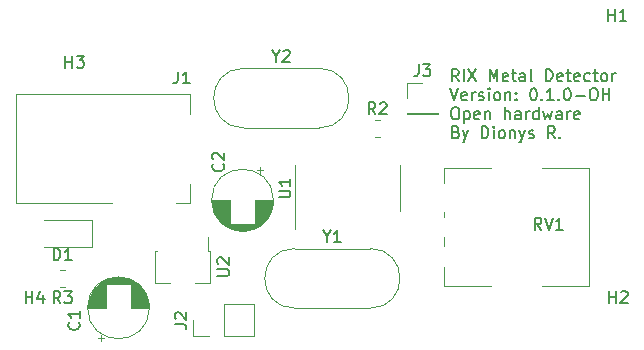
<source format=gbr>
%TF.GenerationSoftware,KiCad,Pcbnew,6.0.9-8da3e8f707~116~ubuntu22.04.1*%
%TF.CreationDate,2022-11-24T00:32:46-04:00*%
%TF.ProjectId,rix,7269782e-6b69-4636-9164-5f7063625858,rev?*%
%TF.SameCoordinates,Original*%
%TF.FileFunction,Legend,Top*%
%TF.FilePolarity,Positive*%
%FSLAX46Y46*%
G04 Gerber Fmt 4.6, Leading zero omitted, Abs format (unit mm)*
G04 Created by KiCad (PCBNEW 6.0.9-8da3e8f707~116~ubuntu22.04.1) date 2022-11-24 00:32:46*
%MOMM*%
%LPD*%
G01*
G04 APERTURE LIST*
%ADD10C,0.150000*%
%ADD11C,0.120000*%
G04 APERTURE END LIST*
D10*
X119907023Y-69665380D02*
X119573690Y-69189190D01*
X119335595Y-69665380D02*
X119335595Y-68665380D01*
X119716547Y-68665380D01*
X119811785Y-68713000D01*
X119859404Y-68760619D01*
X119907023Y-68855857D01*
X119907023Y-68998714D01*
X119859404Y-69093952D01*
X119811785Y-69141571D01*
X119716547Y-69189190D01*
X119335595Y-69189190D01*
X120335595Y-69665380D02*
X120335595Y-68665380D01*
X120716547Y-68665380D02*
X121383214Y-69665380D01*
X121383214Y-68665380D02*
X120716547Y-69665380D01*
X122526071Y-69665380D02*
X122526071Y-68665380D01*
X122859404Y-69379666D01*
X123192738Y-68665380D01*
X123192738Y-69665380D01*
X124049880Y-69617761D02*
X123954642Y-69665380D01*
X123764166Y-69665380D01*
X123668928Y-69617761D01*
X123621309Y-69522523D01*
X123621309Y-69141571D01*
X123668928Y-69046333D01*
X123764166Y-68998714D01*
X123954642Y-68998714D01*
X124049880Y-69046333D01*
X124097500Y-69141571D01*
X124097500Y-69236809D01*
X123621309Y-69332047D01*
X124383214Y-68998714D02*
X124764166Y-68998714D01*
X124526071Y-68665380D02*
X124526071Y-69522523D01*
X124573690Y-69617761D01*
X124668928Y-69665380D01*
X124764166Y-69665380D01*
X125526071Y-69665380D02*
X125526071Y-69141571D01*
X125478452Y-69046333D01*
X125383214Y-68998714D01*
X125192738Y-68998714D01*
X125097500Y-69046333D01*
X125526071Y-69617761D02*
X125430833Y-69665380D01*
X125192738Y-69665380D01*
X125097500Y-69617761D01*
X125049880Y-69522523D01*
X125049880Y-69427285D01*
X125097500Y-69332047D01*
X125192738Y-69284428D01*
X125430833Y-69284428D01*
X125526071Y-69236809D01*
X126145119Y-69665380D02*
X126049880Y-69617761D01*
X126002261Y-69522523D01*
X126002261Y-68665380D01*
X127287976Y-69665380D02*
X127287976Y-68665380D01*
X127526071Y-68665380D01*
X127668928Y-68713000D01*
X127764166Y-68808238D01*
X127811785Y-68903476D01*
X127859404Y-69093952D01*
X127859404Y-69236809D01*
X127811785Y-69427285D01*
X127764166Y-69522523D01*
X127668928Y-69617761D01*
X127526071Y-69665380D01*
X127287976Y-69665380D01*
X128668928Y-69617761D02*
X128573690Y-69665380D01*
X128383214Y-69665380D01*
X128287976Y-69617761D01*
X128240357Y-69522523D01*
X128240357Y-69141571D01*
X128287976Y-69046333D01*
X128383214Y-68998714D01*
X128573690Y-68998714D01*
X128668928Y-69046333D01*
X128716547Y-69141571D01*
X128716547Y-69236809D01*
X128240357Y-69332047D01*
X129002261Y-68998714D02*
X129383214Y-68998714D01*
X129145119Y-68665380D02*
X129145119Y-69522523D01*
X129192738Y-69617761D01*
X129287976Y-69665380D01*
X129383214Y-69665380D01*
X130097500Y-69617761D02*
X130002261Y-69665380D01*
X129811785Y-69665380D01*
X129716547Y-69617761D01*
X129668928Y-69522523D01*
X129668928Y-69141571D01*
X129716547Y-69046333D01*
X129811785Y-68998714D01*
X130002261Y-68998714D01*
X130097500Y-69046333D01*
X130145119Y-69141571D01*
X130145119Y-69236809D01*
X129668928Y-69332047D01*
X131002261Y-69617761D02*
X130907023Y-69665380D01*
X130716547Y-69665380D01*
X130621309Y-69617761D01*
X130573690Y-69570142D01*
X130526071Y-69474904D01*
X130526071Y-69189190D01*
X130573690Y-69093952D01*
X130621309Y-69046333D01*
X130716547Y-68998714D01*
X130907023Y-68998714D01*
X131002261Y-69046333D01*
X131287976Y-68998714D02*
X131668928Y-68998714D01*
X131430833Y-68665380D02*
X131430833Y-69522523D01*
X131478452Y-69617761D01*
X131573690Y-69665380D01*
X131668928Y-69665380D01*
X132145119Y-69665380D02*
X132049880Y-69617761D01*
X132002261Y-69570142D01*
X131954642Y-69474904D01*
X131954642Y-69189190D01*
X132002261Y-69093952D01*
X132049880Y-69046333D01*
X132145119Y-68998714D01*
X132287976Y-68998714D01*
X132383214Y-69046333D01*
X132430833Y-69093952D01*
X132478452Y-69189190D01*
X132478452Y-69474904D01*
X132430833Y-69570142D01*
X132383214Y-69617761D01*
X132287976Y-69665380D01*
X132145119Y-69665380D01*
X132907023Y-69665380D02*
X132907023Y-68998714D01*
X132907023Y-69189190D02*
X132954642Y-69093952D01*
X133002261Y-69046333D01*
X133097500Y-68998714D01*
X133192738Y-68998714D01*
X119192738Y-70275380D02*
X119526071Y-71275380D01*
X119859404Y-70275380D01*
X120573690Y-71227761D02*
X120478452Y-71275380D01*
X120287976Y-71275380D01*
X120192738Y-71227761D01*
X120145119Y-71132523D01*
X120145119Y-70751571D01*
X120192738Y-70656333D01*
X120287976Y-70608714D01*
X120478452Y-70608714D01*
X120573690Y-70656333D01*
X120621309Y-70751571D01*
X120621309Y-70846809D01*
X120145119Y-70942047D01*
X121049880Y-71275380D02*
X121049880Y-70608714D01*
X121049880Y-70799190D02*
X121097500Y-70703952D01*
X121145119Y-70656333D01*
X121240357Y-70608714D01*
X121335595Y-70608714D01*
X121621309Y-71227761D02*
X121716547Y-71275380D01*
X121907023Y-71275380D01*
X122002261Y-71227761D01*
X122049880Y-71132523D01*
X122049880Y-71084904D01*
X122002261Y-70989666D01*
X121907023Y-70942047D01*
X121764166Y-70942047D01*
X121668928Y-70894428D01*
X121621309Y-70799190D01*
X121621309Y-70751571D01*
X121668928Y-70656333D01*
X121764166Y-70608714D01*
X121907023Y-70608714D01*
X122002261Y-70656333D01*
X122478452Y-71275380D02*
X122478452Y-70608714D01*
X122478452Y-70275380D02*
X122430833Y-70323000D01*
X122478452Y-70370619D01*
X122526071Y-70323000D01*
X122478452Y-70275380D01*
X122478452Y-70370619D01*
X123097500Y-71275380D02*
X123002261Y-71227761D01*
X122954642Y-71180142D01*
X122907023Y-71084904D01*
X122907023Y-70799190D01*
X122954642Y-70703952D01*
X123002261Y-70656333D01*
X123097500Y-70608714D01*
X123240357Y-70608714D01*
X123335595Y-70656333D01*
X123383214Y-70703952D01*
X123430833Y-70799190D01*
X123430833Y-71084904D01*
X123383214Y-71180142D01*
X123335595Y-71227761D01*
X123240357Y-71275380D01*
X123097500Y-71275380D01*
X123859404Y-70608714D02*
X123859404Y-71275380D01*
X123859404Y-70703952D02*
X123907023Y-70656333D01*
X124002261Y-70608714D01*
X124145119Y-70608714D01*
X124240357Y-70656333D01*
X124287976Y-70751571D01*
X124287976Y-71275380D01*
X124764166Y-71180142D02*
X124811785Y-71227761D01*
X124764166Y-71275380D01*
X124716547Y-71227761D01*
X124764166Y-71180142D01*
X124764166Y-71275380D01*
X124764166Y-70656333D02*
X124811785Y-70703952D01*
X124764166Y-70751571D01*
X124716547Y-70703952D01*
X124764166Y-70656333D01*
X124764166Y-70751571D01*
X126192738Y-70275380D02*
X126287976Y-70275380D01*
X126383214Y-70323000D01*
X126430833Y-70370619D01*
X126478452Y-70465857D01*
X126526071Y-70656333D01*
X126526071Y-70894428D01*
X126478452Y-71084904D01*
X126430833Y-71180142D01*
X126383214Y-71227761D01*
X126287976Y-71275380D01*
X126192738Y-71275380D01*
X126097500Y-71227761D01*
X126049880Y-71180142D01*
X126002261Y-71084904D01*
X125954642Y-70894428D01*
X125954642Y-70656333D01*
X126002261Y-70465857D01*
X126049880Y-70370619D01*
X126097500Y-70323000D01*
X126192738Y-70275380D01*
X126954642Y-71180142D02*
X127002261Y-71227761D01*
X126954642Y-71275380D01*
X126907023Y-71227761D01*
X126954642Y-71180142D01*
X126954642Y-71275380D01*
X127954642Y-71275380D02*
X127383214Y-71275380D01*
X127668928Y-71275380D02*
X127668928Y-70275380D01*
X127573690Y-70418238D01*
X127478452Y-70513476D01*
X127383214Y-70561095D01*
X128383214Y-71180142D02*
X128430833Y-71227761D01*
X128383214Y-71275380D01*
X128335595Y-71227761D01*
X128383214Y-71180142D01*
X128383214Y-71275380D01*
X129049880Y-70275380D02*
X129145119Y-70275380D01*
X129240357Y-70323000D01*
X129287976Y-70370619D01*
X129335595Y-70465857D01*
X129383214Y-70656333D01*
X129383214Y-70894428D01*
X129335595Y-71084904D01*
X129287976Y-71180142D01*
X129240357Y-71227761D01*
X129145119Y-71275380D01*
X129049880Y-71275380D01*
X128954642Y-71227761D01*
X128907023Y-71180142D01*
X128859404Y-71084904D01*
X128811785Y-70894428D01*
X128811785Y-70656333D01*
X128859404Y-70465857D01*
X128907023Y-70370619D01*
X128954642Y-70323000D01*
X129049880Y-70275380D01*
X129811785Y-70894428D02*
X130573690Y-70894428D01*
X131240357Y-70275380D02*
X131430833Y-70275380D01*
X131526071Y-70323000D01*
X131621309Y-70418238D01*
X131668928Y-70608714D01*
X131668928Y-70942047D01*
X131621309Y-71132523D01*
X131526071Y-71227761D01*
X131430833Y-71275380D01*
X131240357Y-71275380D01*
X131145119Y-71227761D01*
X131049880Y-71132523D01*
X131002261Y-70942047D01*
X131002261Y-70608714D01*
X131049880Y-70418238D01*
X131145119Y-70323000D01*
X131240357Y-70275380D01*
X132097500Y-71275380D02*
X132097500Y-70275380D01*
X132097500Y-70751571D02*
X132668928Y-70751571D01*
X132668928Y-71275380D02*
X132668928Y-70275380D01*
X119526071Y-71885380D02*
X119716547Y-71885380D01*
X119811785Y-71933000D01*
X119907023Y-72028238D01*
X119954642Y-72218714D01*
X119954642Y-72552047D01*
X119907023Y-72742523D01*
X119811785Y-72837761D01*
X119716547Y-72885380D01*
X119526071Y-72885380D01*
X119430833Y-72837761D01*
X119335595Y-72742523D01*
X119287976Y-72552047D01*
X119287976Y-72218714D01*
X119335595Y-72028238D01*
X119430833Y-71933000D01*
X119526071Y-71885380D01*
X120383214Y-72218714D02*
X120383214Y-73218714D01*
X120383214Y-72266333D02*
X120478452Y-72218714D01*
X120668928Y-72218714D01*
X120764166Y-72266333D01*
X120811785Y-72313952D01*
X120859404Y-72409190D01*
X120859404Y-72694904D01*
X120811785Y-72790142D01*
X120764166Y-72837761D01*
X120668928Y-72885380D01*
X120478452Y-72885380D01*
X120383214Y-72837761D01*
X121668928Y-72837761D02*
X121573690Y-72885380D01*
X121383214Y-72885380D01*
X121287976Y-72837761D01*
X121240357Y-72742523D01*
X121240357Y-72361571D01*
X121287976Y-72266333D01*
X121383214Y-72218714D01*
X121573690Y-72218714D01*
X121668928Y-72266333D01*
X121716547Y-72361571D01*
X121716547Y-72456809D01*
X121240357Y-72552047D01*
X122145119Y-72218714D02*
X122145119Y-72885380D01*
X122145119Y-72313952D02*
X122192738Y-72266333D01*
X122287976Y-72218714D01*
X122430833Y-72218714D01*
X122526071Y-72266333D01*
X122573690Y-72361571D01*
X122573690Y-72885380D01*
X123811785Y-72885380D02*
X123811785Y-71885380D01*
X124240357Y-72885380D02*
X124240357Y-72361571D01*
X124192738Y-72266333D01*
X124097500Y-72218714D01*
X123954642Y-72218714D01*
X123859404Y-72266333D01*
X123811785Y-72313952D01*
X125145119Y-72885380D02*
X125145119Y-72361571D01*
X125097500Y-72266333D01*
X125002261Y-72218714D01*
X124811785Y-72218714D01*
X124716547Y-72266333D01*
X125145119Y-72837761D02*
X125049880Y-72885380D01*
X124811785Y-72885380D01*
X124716547Y-72837761D01*
X124668928Y-72742523D01*
X124668928Y-72647285D01*
X124716547Y-72552047D01*
X124811785Y-72504428D01*
X125049880Y-72504428D01*
X125145119Y-72456809D01*
X125621309Y-72885380D02*
X125621309Y-72218714D01*
X125621309Y-72409190D02*
X125668928Y-72313952D01*
X125716547Y-72266333D01*
X125811785Y-72218714D01*
X125907023Y-72218714D01*
X126668928Y-72885380D02*
X126668928Y-71885380D01*
X126668928Y-72837761D02*
X126573690Y-72885380D01*
X126383214Y-72885380D01*
X126287976Y-72837761D01*
X126240357Y-72790142D01*
X126192738Y-72694904D01*
X126192738Y-72409190D01*
X126240357Y-72313952D01*
X126287976Y-72266333D01*
X126383214Y-72218714D01*
X126573690Y-72218714D01*
X126668928Y-72266333D01*
X127049880Y-72218714D02*
X127240357Y-72885380D01*
X127430833Y-72409190D01*
X127621309Y-72885380D01*
X127811785Y-72218714D01*
X128621309Y-72885380D02*
X128621309Y-72361571D01*
X128573690Y-72266333D01*
X128478452Y-72218714D01*
X128287976Y-72218714D01*
X128192738Y-72266333D01*
X128621309Y-72837761D02*
X128526071Y-72885380D01*
X128287976Y-72885380D01*
X128192738Y-72837761D01*
X128145119Y-72742523D01*
X128145119Y-72647285D01*
X128192738Y-72552047D01*
X128287976Y-72504428D01*
X128526071Y-72504428D01*
X128621309Y-72456809D01*
X129097500Y-72885380D02*
X129097500Y-72218714D01*
X129097500Y-72409190D02*
X129145119Y-72313952D01*
X129192738Y-72266333D01*
X129287976Y-72218714D01*
X129383214Y-72218714D01*
X130097500Y-72837761D02*
X130002261Y-72885380D01*
X129811785Y-72885380D01*
X129716547Y-72837761D01*
X129668928Y-72742523D01*
X129668928Y-72361571D01*
X129716547Y-72266333D01*
X129811785Y-72218714D01*
X130002261Y-72218714D01*
X130097500Y-72266333D01*
X130145119Y-72361571D01*
X130145119Y-72456809D01*
X129668928Y-72552047D01*
X119668928Y-73971571D02*
X119811785Y-74019190D01*
X119859404Y-74066809D01*
X119907023Y-74162047D01*
X119907023Y-74304904D01*
X119859404Y-74400142D01*
X119811785Y-74447761D01*
X119716547Y-74495380D01*
X119335595Y-74495380D01*
X119335595Y-73495380D01*
X119668928Y-73495380D01*
X119764166Y-73543000D01*
X119811785Y-73590619D01*
X119859404Y-73685857D01*
X119859404Y-73781095D01*
X119811785Y-73876333D01*
X119764166Y-73923952D01*
X119668928Y-73971571D01*
X119335595Y-73971571D01*
X120240357Y-73828714D02*
X120478452Y-74495380D01*
X120716547Y-73828714D02*
X120478452Y-74495380D01*
X120383214Y-74733476D01*
X120335595Y-74781095D01*
X120240357Y-74828714D01*
X121859404Y-74495380D02*
X121859404Y-73495380D01*
X122097500Y-73495380D01*
X122240357Y-73543000D01*
X122335595Y-73638238D01*
X122383214Y-73733476D01*
X122430833Y-73923952D01*
X122430833Y-74066809D01*
X122383214Y-74257285D01*
X122335595Y-74352523D01*
X122240357Y-74447761D01*
X122097500Y-74495380D01*
X121859404Y-74495380D01*
X122859404Y-74495380D02*
X122859404Y-73828714D01*
X122859404Y-73495380D02*
X122811785Y-73543000D01*
X122859404Y-73590619D01*
X122907023Y-73543000D01*
X122859404Y-73495380D01*
X122859404Y-73590619D01*
X123478452Y-74495380D02*
X123383214Y-74447761D01*
X123335595Y-74400142D01*
X123287976Y-74304904D01*
X123287976Y-74019190D01*
X123335595Y-73923952D01*
X123383214Y-73876333D01*
X123478452Y-73828714D01*
X123621309Y-73828714D01*
X123716547Y-73876333D01*
X123764166Y-73923952D01*
X123811785Y-74019190D01*
X123811785Y-74304904D01*
X123764166Y-74400142D01*
X123716547Y-74447761D01*
X123621309Y-74495380D01*
X123478452Y-74495380D01*
X124240357Y-73828714D02*
X124240357Y-74495380D01*
X124240357Y-73923952D02*
X124287976Y-73876333D01*
X124383214Y-73828714D01*
X124526071Y-73828714D01*
X124621309Y-73876333D01*
X124668928Y-73971571D01*
X124668928Y-74495380D01*
X125049880Y-73828714D02*
X125287976Y-74495380D01*
X125526071Y-73828714D02*
X125287976Y-74495380D01*
X125192738Y-74733476D01*
X125145119Y-74781095D01*
X125049880Y-74828714D01*
X125859404Y-74447761D02*
X125954642Y-74495380D01*
X126145119Y-74495380D01*
X126240357Y-74447761D01*
X126287976Y-74352523D01*
X126287976Y-74304904D01*
X126240357Y-74209666D01*
X126145119Y-74162047D01*
X126002261Y-74162047D01*
X125907023Y-74114428D01*
X125859404Y-74019190D01*
X125859404Y-73971571D01*
X125907023Y-73876333D01*
X126002261Y-73828714D01*
X126145119Y-73828714D01*
X126240357Y-73876333D01*
X128049880Y-74495380D02*
X127716547Y-74019190D01*
X127478452Y-74495380D02*
X127478452Y-73495380D01*
X127859404Y-73495380D01*
X127954642Y-73543000D01*
X128002261Y-73590619D01*
X128049880Y-73685857D01*
X128049880Y-73828714D01*
X128002261Y-73923952D01*
X127954642Y-73971571D01*
X127859404Y-74019190D01*
X127478452Y-74019190D01*
X128478452Y-74400142D02*
X128526071Y-74447761D01*
X128478452Y-74495380D01*
X128430833Y-74447761D01*
X128478452Y-74400142D01*
X128478452Y-74495380D01*
%TO.C,R2*%
X112863333Y-72462380D02*
X112530000Y-71986190D01*
X112291904Y-72462380D02*
X112291904Y-71462380D01*
X112672857Y-71462380D01*
X112768095Y-71510000D01*
X112815714Y-71557619D01*
X112863333Y-71652857D01*
X112863333Y-71795714D01*
X112815714Y-71890952D01*
X112768095Y-71938571D01*
X112672857Y-71986190D01*
X112291904Y-71986190D01*
X113244285Y-71557619D02*
X113291904Y-71510000D01*
X113387142Y-71462380D01*
X113625238Y-71462380D01*
X113720476Y-71510000D01*
X113768095Y-71557619D01*
X113815714Y-71652857D01*
X113815714Y-71748095D01*
X113768095Y-71890952D01*
X113196666Y-72462380D01*
X113815714Y-72462380D01*
%TO.C,D1*%
X85621904Y-84822380D02*
X85621904Y-83822380D01*
X85860000Y-83822380D01*
X86002857Y-83870000D01*
X86098095Y-83965238D01*
X86145714Y-84060476D01*
X86193333Y-84250952D01*
X86193333Y-84393809D01*
X86145714Y-84584285D01*
X86098095Y-84679523D01*
X86002857Y-84774761D01*
X85860000Y-84822380D01*
X85621904Y-84822380D01*
X87145714Y-84822380D02*
X86574285Y-84822380D01*
X86860000Y-84822380D02*
X86860000Y-83822380D01*
X86764761Y-83965238D01*
X86669523Y-84060476D01*
X86574285Y-84108095D01*
%TO.C,C1*%
X87733142Y-90082666D02*
X87780761Y-90130285D01*
X87828380Y-90273142D01*
X87828380Y-90368380D01*
X87780761Y-90511238D01*
X87685523Y-90606476D01*
X87590285Y-90654095D01*
X87399809Y-90701714D01*
X87256952Y-90701714D01*
X87066476Y-90654095D01*
X86971238Y-90606476D01*
X86876000Y-90511238D01*
X86828380Y-90368380D01*
X86828380Y-90273142D01*
X86876000Y-90130285D01*
X86923619Y-90082666D01*
X87828380Y-89130285D02*
X87828380Y-89701714D01*
X87828380Y-89416000D02*
X86828380Y-89416000D01*
X86971238Y-89511238D01*
X87066476Y-89606476D01*
X87114095Y-89701714D01*
%TO.C,U1*%
X104662380Y-79501904D02*
X105471904Y-79501904D01*
X105567142Y-79454285D01*
X105614761Y-79406666D01*
X105662380Y-79311428D01*
X105662380Y-79120952D01*
X105614761Y-79025714D01*
X105567142Y-78978095D01*
X105471904Y-78930476D01*
X104662380Y-78930476D01*
X105662380Y-77930476D02*
X105662380Y-78501904D01*
X105662380Y-78216190D02*
X104662380Y-78216190D01*
X104805238Y-78311428D01*
X104900476Y-78406666D01*
X104948095Y-78501904D01*
%TO.C,H3*%
X86614095Y-68524380D02*
X86614095Y-67524380D01*
X86614095Y-68000571D02*
X87185523Y-68000571D01*
X87185523Y-68524380D02*
X87185523Y-67524380D01*
X87566476Y-67524380D02*
X88185523Y-67524380D01*
X87852190Y-67905333D01*
X87995047Y-67905333D01*
X88090285Y-67952952D01*
X88137904Y-68000571D01*
X88185523Y-68095809D01*
X88185523Y-68333904D01*
X88137904Y-68429142D01*
X88090285Y-68476761D01*
X87995047Y-68524380D01*
X87709333Y-68524380D01*
X87614095Y-68476761D01*
X87566476Y-68429142D01*
%TO.C,U2*%
X99472380Y-86151904D02*
X100281904Y-86151904D01*
X100377142Y-86104285D01*
X100424761Y-86056666D01*
X100472380Y-85961428D01*
X100472380Y-85770952D01*
X100424761Y-85675714D01*
X100377142Y-85628095D01*
X100281904Y-85580476D01*
X99472380Y-85580476D01*
X99567619Y-85151904D02*
X99520000Y-85104285D01*
X99472380Y-85009047D01*
X99472380Y-84770952D01*
X99520000Y-84675714D01*
X99567619Y-84628095D01*
X99662857Y-84580476D01*
X99758095Y-84580476D01*
X99900952Y-84628095D01*
X100472380Y-85199523D01*
X100472380Y-84580476D01*
%TO.C,J3*%
X116506666Y-68242380D02*
X116506666Y-68956666D01*
X116459047Y-69099523D01*
X116363809Y-69194761D01*
X116220952Y-69242380D01*
X116125714Y-69242380D01*
X116887619Y-68242380D02*
X117506666Y-68242380D01*
X117173333Y-68623333D01*
X117316190Y-68623333D01*
X117411428Y-68670952D01*
X117459047Y-68718571D01*
X117506666Y-68813809D01*
X117506666Y-69051904D01*
X117459047Y-69147142D01*
X117411428Y-69194761D01*
X117316190Y-69242380D01*
X117030476Y-69242380D01*
X116935238Y-69194761D01*
X116887619Y-69147142D01*
%TO.C,C2*%
X99957142Y-76666666D02*
X100004761Y-76714285D01*
X100052380Y-76857142D01*
X100052380Y-76952380D01*
X100004761Y-77095238D01*
X99909523Y-77190476D01*
X99814285Y-77238095D01*
X99623809Y-77285714D01*
X99480952Y-77285714D01*
X99290476Y-77238095D01*
X99195238Y-77190476D01*
X99100000Y-77095238D01*
X99052380Y-76952380D01*
X99052380Y-76857142D01*
X99100000Y-76714285D01*
X99147619Y-76666666D01*
X99147619Y-76285714D02*
X99100000Y-76238095D01*
X99052380Y-76142857D01*
X99052380Y-75904761D01*
X99100000Y-75809523D01*
X99147619Y-75761904D01*
X99242857Y-75714285D01*
X99338095Y-75714285D01*
X99480952Y-75761904D01*
X100052380Y-76333333D01*
X100052380Y-75714285D01*
%TO.C,Y2*%
X104413809Y-67551190D02*
X104413809Y-68027380D01*
X104080476Y-67027380D02*
X104413809Y-67551190D01*
X104747142Y-67027380D01*
X105032857Y-67122619D02*
X105080476Y-67075000D01*
X105175714Y-67027380D01*
X105413809Y-67027380D01*
X105509047Y-67075000D01*
X105556666Y-67122619D01*
X105604285Y-67217857D01*
X105604285Y-67313095D01*
X105556666Y-67455952D01*
X104985238Y-68027380D01*
X105604285Y-68027380D01*
%TO.C,RV1*%
X126912761Y-82240380D02*
X126579428Y-81764190D01*
X126341333Y-82240380D02*
X126341333Y-81240380D01*
X126722285Y-81240380D01*
X126817523Y-81288000D01*
X126865142Y-81335619D01*
X126912761Y-81430857D01*
X126912761Y-81573714D01*
X126865142Y-81668952D01*
X126817523Y-81716571D01*
X126722285Y-81764190D01*
X126341333Y-81764190D01*
X127198476Y-81240380D02*
X127531809Y-82240380D01*
X127865142Y-81240380D01*
X128722285Y-82240380D02*
X128150857Y-82240380D01*
X128436571Y-82240380D02*
X128436571Y-81240380D01*
X128341333Y-81383238D01*
X128246095Y-81478476D01*
X128150857Y-81526095D01*
%TO.C,H2*%
X132638095Y-88452380D02*
X132638095Y-87452380D01*
X132638095Y-87928571D02*
X133209523Y-87928571D01*
X133209523Y-88452380D02*
X133209523Y-87452380D01*
X133638095Y-87547619D02*
X133685714Y-87500000D01*
X133780952Y-87452380D01*
X134019047Y-87452380D01*
X134114285Y-87500000D01*
X134161904Y-87547619D01*
X134209523Y-87642857D01*
X134209523Y-87738095D01*
X134161904Y-87880952D01*
X133590476Y-88452380D01*
X134209523Y-88452380D01*
%TO.C,J2*%
X95847380Y-90233333D02*
X96561666Y-90233333D01*
X96704523Y-90280952D01*
X96799761Y-90376190D01*
X96847380Y-90519047D01*
X96847380Y-90614285D01*
X95942619Y-89804761D02*
X95895000Y-89757142D01*
X95847380Y-89661904D01*
X95847380Y-89423809D01*
X95895000Y-89328571D01*
X95942619Y-89280952D01*
X96037857Y-89233333D01*
X96133095Y-89233333D01*
X96275952Y-89280952D01*
X96847380Y-89852380D01*
X96847380Y-89233333D01*
%TO.C,H1*%
X132538095Y-64552380D02*
X132538095Y-63552380D01*
X132538095Y-64028571D02*
X133109523Y-64028571D01*
X133109523Y-64552380D02*
X133109523Y-63552380D01*
X134109523Y-64552380D02*
X133538095Y-64552380D01*
X133823809Y-64552380D02*
X133823809Y-63552380D01*
X133728571Y-63695238D01*
X133633333Y-63790476D01*
X133538095Y-63838095D01*
%TO.C,Y1*%
X108733809Y-82811190D02*
X108733809Y-83287380D01*
X108400476Y-82287380D02*
X108733809Y-82811190D01*
X109067142Y-82287380D01*
X109924285Y-83287380D02*
X109352857Y-83287380D01*
X109638571Y-83287380D02*
X109638571Y-82287380D01*
X109543333Y-82430238D01*
X109448095Y-82525476D01*
X109352857Y-82573095D01*
%TO.C,R3*%
X86193333Y-88462380D02*
X85860000Y-87986190D01*
X85621904Y-88462380D02*
X85621904Y-87462380D01*
X86002857Y-87462380D01*
X86098095Y-87510000D01*
X86145714Y-87557619D01*
X86193333Y-87652857D01*
X86193333Y-87795714D01*
X86145714Y-87890952D01*
X86098095Y-87938571D01*
X86002857Y-87986190D01*
X85621904Y-87986190D01*
X86526666Y-87462380D02*
X87145714Y-87462380D01*
X86812380Y-87843333D01*
X86955238Y-87843333D01*
X87050476Y-87890952D01*
X87098095Y-87938571D01*
X87145714Y-88033809D01*
X87145714Y-88271904D01*
X87098095Y-88367142D01*
X87050476Y-88414761D01*
X86955238Y-88462380D01*
X86669523Y-88462380D01*
X86574285Y-88414761D01*
X86526666Y-88367142D01*
%TO.C,H4*%
X83238095Y-88452380D02*
X83238095Y-87452380D01*
X83238095Y-87928571D02*
X83809523Y-87928571D01*
X83809523Y-88452380D02*
X83809523Y-87452380D01*
X84714285Y-87785714D02*
X84714285Y-88452380D01*
X84476190Y-87404761D02*
X84238095Y-88119047D01*
X84857142Y-88119047D01*
%TO.C,J1*%
X96116666Y-68852380D02*
X96116666Y-69566666D01*
X96069047Y-69709523D01*
X95973809Y-69804761D01*
X95830952Y-69852380D01*
X95735714Y-69852380D01*
X97116666Y-69852380D02*
X96545238Y-69852380D01*
X96830952Y-69852380D02*
X96830952Y-68852380D01*
X96735714Y-68995238D01*
X96640476Y-69090476D01*
X96545238Y-69138095D01*
D11*
%TO.C,R2*%
X112802936Y-74395000D02*
X113257064Y-74395000D01*
X112802936Y-72925000D02*
X113257064Y-72925000D01*
%TO.C,D1*%
X84760000Y-83685000D02*
X88820000Y-83685000D01*
X88820000Y-83685000D02*
X88820000Y-81415000D01*
X88820000Y-81415000D02*
X84760000Y-81415000D01*
%TO.C,C1*%
X89315000Y-86974112D02*
X90060000Y-86974112D01*
X89375000Y-91409887D02*
X89875000Y-91409887D01*
X92140000Y-87574112D02*
X93347000Y-87574112D01*
X88589000Y-88255112D02*
X90060000Y-88255112D01*
X88978000Y-87374112D02*
X90060000Y-87374112D01*
X92140000Y-86974112D02*
X92885000Y-86974112D01*
X89495000Y-86814112D02*
X92705000Y-86814112D01*
X88876000Y-87534112D02*
X90060000Y-87534112D01*
X92140000Y-87934112D02*
X93514000Y-87934112D01*
X88658000Y-88014112D02*
X90060000Y-88014112D01*
X92140000Y-87334112D02*
X93195000Y-87334112D01*
X89447000Y-86854112D02*
X90060000Y-86854112D01*
X92140000Y-88134112D02*
X93580000Y-88134112D01*
X88557000Y-88415112D02*
X90060000Y-88415112D01*
X92140000Y-87134112D02*
X93037000Y-87134112D01*
X92140000Y-88455112D02*
X93650000Y-88455112D01*
X89163000Y-87134112D02*
X90060000Y-87134112D01*
X88531000Y-88615112D02*
X90060000Y-88615112D01*
X89005000Y-87334112D02*
X90060000Y-87334112D01*
X90295000Y-86374112D02*
X91905000Y-86374112D01*
X92140000Y-87854112D02*
X93482000Y-87854112D01*
X92140000Y-87414112D02*
X93249000Y-87414112D01*
X88951000Y-87414112D02*
X90060000Y-87414112D01*
X89401000Y-86894112D02*
X90060000Y-86894112D01*
X89236000Y-87054112D02*
X90060000Y-87054112D01*
X88702000Y-87894112D02*
X90060000Y-87894112D01*
X92140000Y-87214112D02*
X93104000Y-87214112D01*
X92140000Y-88695112D02*
X93676000Y-88695112D01*
X90423000Y-86334112D02*
X91777000Y-86334112D01*
X92140000Y-86894112D02*
X92799000Y-86894112D01*
X92140000Y-87014112D02*
X92926000Y-87014112D01*
X92140000Y-87734112D02*
X93429000Y-87734112D01*
X90089000Y-86454112D02*
X92111000Y-86454112D01*
X92140000Y-88054112D02*
X93555000Y-88054112D01*
X88522000Y-88735112D02*
X90060000Y-88735112D01*
X92140000Y-88335112D02*
X93628000Y-88335112D01*
X92140000Y-86854112D02*
X92753000Y-86854112D01*
X89922000Y-86534112D02*
X92278000Y-86534112D01*
X88620000Y-88134112D02*
X90060000Y-88134112D01*
X88564000Y-88375112D02*
X90060000Y-88375112D01*
X92140000Y-87374112D02*
X93222000Y-87374112D01*
X89717000Y-86654112D02*
X92483000Y-86654112D01*
X88900000Y-87494112D02*
X90060000Y-87494112D01*
X88520000Y-88815112D02*
X90060000Y-88815112D01*
X92140000Y-88175112D02*
X93591000Y-88175112D01*
X89657000Y-86694112D02*
X92543000Y-86694112D01*
X92140000Y-88495112D02*
X93656000Y-88495112D01*
X92140000Y-88735112D02*
X93678000Y-88735112D01*
X89065000Y-87254112D02*
X90060000Y-87254112D01*
X88735000Y-87814112D02*
X90060000Y-87814112D01*
X88771000Y-87734112D02*
X90060000Y-87734112D01*
X92140000Y-87454112D02*
X93275000Y-87454112D01*
X88527000Y-88655112D02*
X90060000Y-88655112D01*
X89274000Y-87014112D02*
X90060000Y-87014112D01*
X92140000Y-88094112D02*
X93568000Y-88094112D01*
X92140000Y-87254112D02*
X93135000Y-87254112D01*
X90816000Y-86254112D02*
X91384000Y-86254112D01*
X88609000Y-88175112D02*
X90060000Y-88175112D01*
X92140000Y-88775112D02*
X93679000Y-88775112D01*
X92140000Y-87974112D02*
X93528000Y-87974112D01*
X89546000Y-86774112D02*
X92654000Y-86774112D01*
X88550000Y-88455112D02*
X90060000Y-88455112D01*
X92140000Y-88535112D02*
X93661000Y-88535112D01*
X88645000Y-88054112D02*
X90060000Y-88054112D01*
X92140000Y-86934112D02*
X92843000Y-86934112D01*
X88580000Y-88295112D02*
X90060000Y-88295112D01*
X92140000Y-88215112D02*
X93601000Y-88215112D01*
X89096000Y-87214112D02*
X90060000Y-87214112D01*
X89600000Y-86734112D02*
X92600000Y-86734112D01*
X88524000Y-88695112D02*
X90060000Y-88695112D01*
X92140000Y-87814112D02*
X93465000Y-87814112D01*
X88810000Y-87654112D02*
X90060000Y-87654112D01*
X92140000Y-88295112D02*
X93620000Y-88295112D01*
X88853000Y-87574112D02*
X90060000Y-87574112D01*
X88535000Y-88575112D02*
X90060000Y-88575112D01*
X92140000Y-87894112D02*
X93498000Y-87894112D01*
X92140000Y-88375112D02*
X93636000Y-88375112D01*
X92140000Y-87614112D02*
X93368000Y-87614112D01*
X92140000Y-87494112D02*
X93300000Y-87494112D01*
X88686000Y-87934112D02*
X90060000Y-87934112D01*
X88520000Y-88855112D02*
X90060000Y-88855112D01*
X90582000Y-86294112D02*
X91618000Y-86294112D01*
X89781000Y-86614112D02*
X92419000Y-86614112D01*
X92140000Y-87694112D02*
X93410000Y-87694112D01*
X88790000Y-87694112D02*
X90060000Y-87694112D01*
X88539000Y-88535112D02*
X90060000Y-88535112D01*
X92140000Y-87294112D02*
X93165000Y-87294112D01*
X88925000Y-87454112D02*
X90060000Y-87454112D01*
X90002000Y-86494112D02*
X92198000Y-86494112D01*
X88832000Y-87614112D02*
X90060000Y-87614112D01*
X92140000Y-87774112D02*
X93448000Y-87774112D01*
X92140000Y-87054112D02*
X92964000Y-87054112D01*
X89357000Y-86934112D02*
X90060000Y-86934112D01*
X92140000Y-87654112D02*
X93390000Y-87654112D01*
X90185000Y-86414112D02*
X92015000Y-86414112D01*
X92140000Y-87534112D02*
X93324000Y-87534112D01*
X92140000Y-88255112D02*
X93611000Y-88255112D01*
X92140000Y-88575112D02*
X93665000Y-88575112D01*
X89849000Y-86574112D02*
X92351000Y-86574112D01*
X89035000Y-87294112D02*
X90060000Y-87294112D01*
X92140000Y-88415112D02*
X93643000Y-88415112D01*
X92140000Y-87174112D02*
X93071000Y-87174112D01*
X92140000Y-88014112D02*
X93542000Y-88014112D01*
X88572000Y-88335112D02*
X90060000Y-88335112D01*
X92140000Y-88615112D02*
X93669000Y-88615112D01*
X88632000Y-88094112D02*
X90060000Y-88094112D01*
X92140000Y-88655112D02*
X93673000Y-88655112D01*
X92140000Y-87094112D02*
X93001000Y-87094112D01*
X89625000Y-91659887D02*
X89625000Y-91159887D01*
X89199000Y-87094112D02*
X90060000Y-87094112D01*
X92140000Y-88855112D02*
X93680000Y-88855112D01*
X88544000Y-88495112D02*
X90060000Y-88495112D01*
X88672000Y-87974112D02*
X90060000Y-87974112D01*
X88599000Y-88215112D02*
X90060000Y-88215112D01*
X88752000Y-87774112D02*
X90060000Y-87774112D01*
X88521000Y-88775112D02*
X90060000Y-88775112D01*
X89129000Y-87174112D02*
X90060000Y-87174112D01*
X88718000Y-87854112D02*
X90060000Y-87854112D01*
X92140000Y-88815112D02*
X93680000Y-88815112D01*
X93720000Y-88855112D02*
G75*
G03*
X93720000Y-88855112I-2620000J0D01*
G01*
%TO.C,U1*%
X114925000Y-78740000D02*
X114925000Y-80690000D01*
X114925000Y-78740000D02*
X114925000Y-76790000D01*
X106055000Y-78740000D02*
X106055000Y-82190000D01*
X106055000Y-78740000D02*
X106055000Y-76790000D01*
%TO.C,U2*%
X94160000Y-84030000D02*
X94390000Y-84030000D01*
X98650000Y-82890000D02*
X98650000Y-84030000D01*
X95470000Y-86750000D02*
X94160000Y-86750000D01*
X98880000Y-86750000D02*
X97570000Y-86750000D01*
X94160000Y-86750000D02*
X94160000Y-84030000D01*
X98880000Y-84030000D02*
X98650000Y-84030000D01*
X98880000Y-84030000D02*
X98880000Y-86750000D01*
%TO.C,J3*%
X118170000Y-72390000D02*
X118170000Y-72450000D01*
X115510000Y-69790000D02*
X116840000Y-69790000D01*
X115510000Y-72390000D02*
X115510000Y-72450000D01*
X115510000Y-72390000D02*
X118170000Y-72390000D01*
X115510000Y-71120000D02*
X115510000Y-69790000D01*
X115510000Y-72450000D02*
X118170000Y-72450000D01*
%TO.C,C2*%
X100560000Y-81461000D02*
X99663000Y-81461000D01*
X102851000Y-82021000D02*
X100349000Y-82021000D01*
X103501000Y-81501000D02*
X102640000Y-81501000D01*
X100560000Y-81061000D02*
X99376000Y-81061000D01*
X103253000Y-81741000D02*
X102640000Y-81741000D01*
X104055000Y-80541000D02*
X102640000Y-80541000D01*
X103824000Y-81061000D02*
X102640000Y-81061000D01*
X100560000Y-80941000D02*
X99310000Y-80941000D01*
X100560000Y-80060000D02*
X99039000Y-80060000D01*
X104028000Y-80621000D02*
X102640000Y-80621000D01*
X100560000Y-79740000D02*
X99020000Y-79740000D01*
X104178000Y-79860000D02*
X102640000Y-79860000D01*
X100560000Y-81501000D02*
X99699000Y-81501000D01*
X104111000Y-80340000D02*
X102640000Y-80340000D01*
X100560000Y-81181000D02*
X99451000Y-81181000D01*
X103910000Y-80901000D02*
X102640000Y-80901000D01*
X103325000Y-77185225D02*
X102825000Y-77185225D01*
X103075000Y-76935225D02*
X103075000Y-77435225D01*
X104169000Y-79980000D02*
X102640000Y-79980000D01*
X100560000Y-80621000D02*
X99172000Y-80621000D01*
X104179000Y-79820000D02*
X102640000Y-79820000D01*
X104120000Y-80300000D02*
X102640000Y-80300000D01*
X103965000Y-80781000D02*
X102640000Y-80781000D01*
X100560000Y-80340000D02*
X99089000Y-80340000D01*
X103775000Y-81141000D02*
X102640000Y-81141000D01*
X100560000Y-80180000D02*
X99057000Y-80180000D01*
X100560000Y-80541000D02*
X99145000Y-80541000D01*
X100560000Y-79860000D02*
X99022000Y-79860000D01*
X100560000Y-81381000D02*
X99596000Y-81381000D01*
X100560000Y-80100000D02*
X99044000Y-80100000D01*
X100560000Y-79900000D02*
X99024000Y-79900000D01*
X102405000Y-82221000D02*
X100795000Y-82221000D01*
X103205000Y-81781000D02*
X99995000Y-81781000D01*
X103299000Y-81701000D02*
X102640000Y-81701000D01*
X100560000Y-80461000D02*
X99120000Y-80461000D01*
X100560000Y-80260000D02*
X99072000Y-80260000D01*
X102919000Y-81981000D02*
X100281000Y-81981000D01*
X100560000Y-80861000D02*
X99271000Y-80861000D01*
X100560000Y-80981000D02*
X99332000Y-80981000D01*
X100560000Y-80741000D02*
X99218000Y-80741000D01*
X103749000Y-81181000D02*
X102640000Y-81181000D01*
X100560000Y-81101000D02*
X99400000Y-81101000D01*
X103695000Y-81261000D02*
X102640000Y-81261000D01*
X100560000Y-79820000D02*
X99021000Y-79820000D01*
X102515000Y-82181000D02*
X100685000Y-82181000D01*
X100560000Y-80140000D02*
X99050000Y-80140000D01*
X103571000Y-81421000D02*
X102640000Y-81421000D01*
X104101000Y-80380000D02*
X102640000Y-80380000D01*
X104165000Y-80020000D02*
X102640000Y-80020000D01*
X103604000Y-81381000D02*
X102640000Y-81381000D01*
X103426000Y-81581000D02*
X102640000Y-81581000D01*
X103890000Y-80941000D02*
X102640000Y-80941000D01*
X100560000Y-80661000D02*
X99186000Y-80661000D01*
X100560000Y-80220000D02*
X99064000Y-80220000D01*
X100560000Y-80901000D02*
X99290000Y-80901000D01*
X100560000Y-81421000D02*
X99629000Y-81421000D01*
X104156000Y-80100000D02*
X102640000Y-80100000D01*
X100560000Y-80420000D02*
X99109000Y-80420000D01*
X104136000Y-80220000D02*
X102640000Y-80220000D01*
X103343000Y-81661000D02*
X102640000Y-81661000D01*
X104143000Y-80180000D02*
X102640000Y-80180000D01*
X103982000Y-80741000D02*
X102640000Y-80741000D01*
X103100000Y-81861000D02*
X100100000Y-81861000D01*
X100560000Y-81541000D02*
X99736000Y-81541000D01*
X100560000Y-80781000D02*
X99235000Y-80781000D01*
X102778000Y-82061000D02*
X100422000Y-82061000D01*
X104128000Y-80260000D02*
X102640000Y-80260000D01*
X104091000Y-80420000D02*
X102640000Y-80420000D01*
X104150000Y-80140000D02*
X102640000Y-80140000D01*
X103948000Y-80821000D02*
X102640000Y-80821000D01*
X100560000Y-79780000D02*
X99020000Y-79780000D01*
X100560000Y-81341000D02*
X99565000Y-81341000D01*
X102277000Y-82261000D02*
X100923000Y-82261000D01*
X100560000Y-80380000D02*
X99099000Y-80380000D01*
X100560000Y-81141000D02*
X99425000Y-81141000D01*
X100560000Y-81701000D02*
X99901000Y-81701000D01*
X104176000Y-79900000D02*
X102640000Y-79900000D01*
X104180000Y-79780000D02*
X102640000Y-79780000D01*
X100560000Y-81261000D02*
X99505000Y-81261000D01*
X103847000Y-81021000D02*
X102640000Y-81021000D01*
X100560000Y-81021000D02*
X99353000Y-81021000D01*
X100560000Y-79980000D02*
X99031000Y-79980000D01*
X100560000Y-81621000D02*
X99815000Y-81621000D01*
X103154000Y-81821000D02*
X100046000Y-81821000D01*
X102611000Y-82141000D02*
X100589000Y-82141000D01*
X100560000Y-81301000D02*
X99535000Y-81301000D01*
X103043000Y-81901000D02*
X100157000Y-81901000D01*
X103464000Y-81541000D02*
X102640000Y-81541000D01*
X103800000Y-81101000D02*
X102640000Y-81101000D01*
X104014000Y-80661000D02*
X102640000Y-80661000D01*
X100560000Y-81221000D02*
X99478000Y-81221000D01*
X102698000Y-82101000D02*
X100502000Y-82101000D01*
X100560000Y-81581000D02*
X99774000Y-81581000D01*
X100560000Y-80701000D02*
X99202000Y-80701000D01*
X103665000Y-81301000D02*
X102640000Y-81301000D01*
X100560000Y-79940000D02*
X99027000Y-79940000D01*
X100560000Y-80581000D02*
X99158000Y-80581000D01*
X103635000Y-81341000D02*
X102640000Y-81341000D01*
X104180000Y-79740000D02*
X102640000Y-79740000D01*
X103385000Y-81621000D02*
X102640000Y-81621000D01*
X100560000Y-81661000D02*
X99857000Y-81661000D01*
X104173000Y-79940000D02*
X102640000Y-79940000D01*
X103929000Y-80861000D02*
X102640000Y-80861000D01*
X103722000Y-81221000D02*
X102640000Y-81221000D01*
X100560000Y-80821000D02*
X99252000Y-80821000D01*
X100560000Y-81741000D02*
X99947000Y-81741000D01*
X100560000Y-80300000D02*
X99080000Y-80300000D01*
X104080000Y-80461000D02*
X102640000Y-80461000D01*
X103868000Y-80981000D02*
X102640000Y-80981000D01*
X103998000Y-80701000D02*
X102640000Y-80701000D01*
X100560000Y-80020000D02*
X99035000Y-80020000D01*
X104068000Y-80501000D02*
X102640000Y-80501000D01*
X101884000Y-82341000D02*
X101316000Y-82341000D01*
X104161000Y-80060000D02*
X102640000Y-80060000D01*
X100560000Y-80501000D02*
X99132000Y-80501000D01*
X102983000Y-81941000D02*
X100217000Y-81941000D01*
X103537000Y-81461000D02*
X102640000Y-81461000D01*
X104042000Y-80581000D02*
X102640000Y-80581000D01*
X102118000Y-82301000D02*
X101082000Y-82301000D01*
X104220000Y-79740000D02*
G75*
G03*
X104220000Y-79740000I-2620000J0D01*
G01*
%TO.C,Y2*%
X101690000Y-68575000D02*
X108090000Y-68575000D01*
X101690000Y-73625000D02*
X108090000Y-73625000D01*
X108090000Y-73625000D02*
G75*
G03*
X108090000Y-68575000I0J2525000D01*
G01*
X101690000Y-68575000D02*
G75*
G03*
X101690000Y-73625000I0J-2525000D01*
G01*
%TO.C,RV1*%
X126984000Y-87020000D02*
X130920000Y-87020000D01*
X118680000Y-82871000D02*
X118680000Y-83630000D01*
X126984000Y-76979000D02*
X130920000Y-76979000D01*
X118680000Y-87020000D02*
X122617000Y-87020000D01*
X118680000Y-76979000D02*
X118680000Y-78300000D01*
X130920000Y-76979000D02*
X130920000Y-87020000D01*
X118680000Y-80750000D02*
X118680000Y-81130000D01*
X118680000Y-85370000D02*
X118680000Y-87020000D01*
X118680000Y-76979000D02*
X122617000Y-76979000D01*
%TO.C,J2*%
X99995000Y-88570000D02*
X102595000Y-88570000D01*
X99995000Y-91230000D02*
X99995000Y-88570000D01*
X102595000Y-91230000D02*
X102595000Y-88570000D01*
X99995000Y-91230000D02*
X102595000Y-91230000D01*
X98725000Y-91230000D02*
X97395000Y-91230000D01*
X97395000Y-91230000D02*
X97395000Y-89900000D01*
%TO.C,Y1*%
X106010000Y-83835000D02*
X112410000Y-83835000D01*
X106010000Y-88885000D02*
X112410000Y-88885000D01*
X112410000Y-88885000D02*
G75*
G03*
X112410000Y-83835000I0J2525000D01*
G01*
X106010000Y-83835000D02*
G75*
G03*
X106010000Y-88885000I0J-2525000D01*
G01*
%TO.C,R3*%
X86587064Y-87095000D02*
X86132936Y-87095000D01*
X86587064Y-85625000D02*
X86132936Y-85625000D01*
%TO.C,J1*%
X97170000Y-70780000D02*
X82430000Y-70780000D01*
X95950000Y-80020000D02*
X97170000Y-80020000D01*
X82430000Y-80020000D02*
X90550000Y-80020000D01*
X97170000Y-72450000D02*
X97170000Y-70780000D01*
X97170000Y-80020000D02*
X97170000Y-78350000D01*
X82430000Y-70780000D02*
X82430000Y-80020000D01*
%TD*%
M02*

</source>
